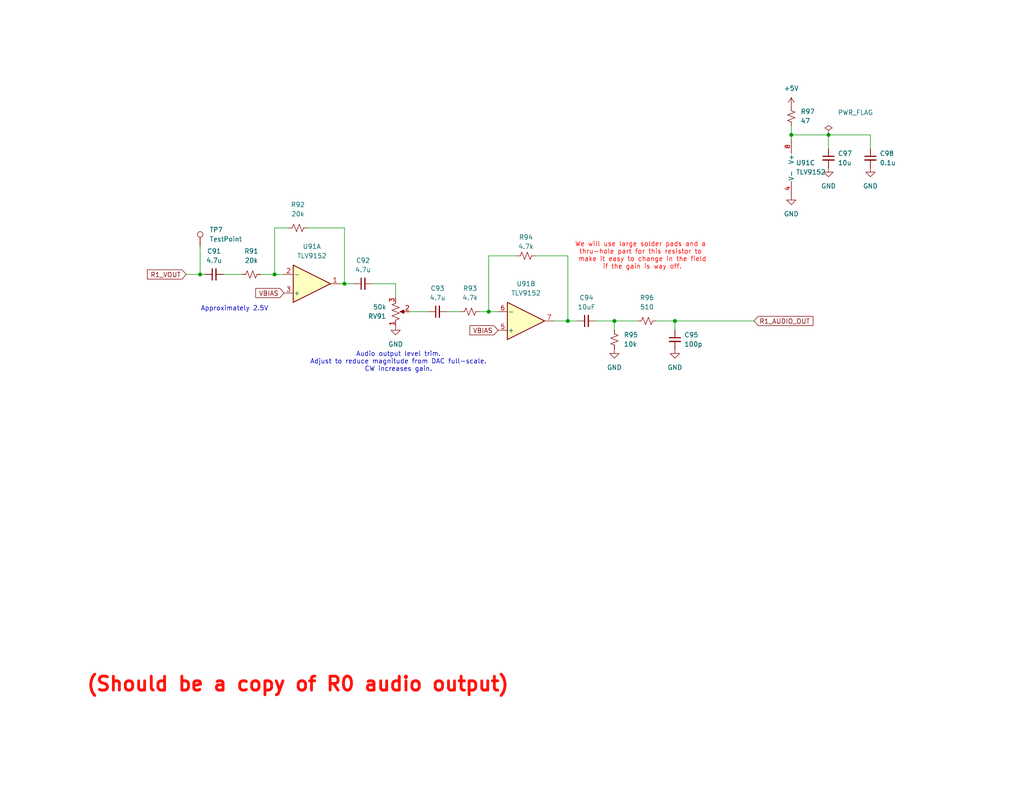
<source format=kicad_sch>
(kicad_sch (version 20250114) (generator "eeschema") (generator_version "9.0")
  (paper "USLetter")
  (title_block (title "Audio Output (Radio 1)") (date "2025-06-25") (rev "3") (company "Bruce MacKinnon KC1FSZ") (comment 1 "Copyright (C) Bruce MacKinnon, 2025") (comment 2 "NOT FOR COMMERCIAL USE"))
  (lib_symbols
    (symbol "Amplifier_Operational:TL072" (pin_names (offset 0.127))
      (property "Reference" "U" (at 0 5.08 0))
      (property "Value" "TL072" (at 0 -5.08 0))
      (symbol "TL072_1_1"
        (polyline (pts (xy -5.08 5.08) (xy 5.08 0) (xy -5.08 -5.08) (xy -5.08 5.08)) (stroke (width 0.254)) (fill (type background)))
        (pin input line (at -7.62 2.54 0) (length 2.54) (name "+") (number "3"))
        (pin input line (at -7.62 -2.54 0) (length 2.54) (name "-") (number "2"))
        (pin output line (at 7.62 0 180) (length 2.54) (name "~") (number "1"))
      )
      (symbol "TL072_2_1"
        (polyline (pts (xy -5.08 5.08) (xy 5.08 0) (xy -5.08 -5.08) (xy -5.08 5.08)) (stroke (width 0.254)) (fill (type background)))
        (pin input line (at -7.62 2.54 0) (length 2.54) (name "+") (number "5"))
        (pin input line (at -7.62 -2.54 0) (length 2.54) (name "-") (number "6"))
        (pin output line (at 7.62 0 180) (length 2.54) (name "~") (number "7"))
      )
      (symbol "TL072_3_1"
        (pin power_in line (at -2.54 7.62 270) (length 3.81) (name "V+") (number "8"))
        (pin power_in line (at -2.54 -7.62 90) (length 3.81) (name "V-") (number "4"))
      )
    )
    (symbol "Connector:TestPoint" (pin_numbers (hide yes)) (pin_names (offset 0.762) (hide yes))
      (property "Reference" "TP" (at 0 6.858 0))
      (property "Value" "TestPoint" (at 0 5.08 0))
      (symbol "TestPoint_0_1"
        (circle (center 0 3.302) (radius 0.762))
      )
      (symbol "TestPoint_1_1"
        (pin passive line (at 0 0 90) (length 2.54) (name "1") (number "1"))
      )
    )
    (symbol "Device:C_Small" (pin_numbers (hide yes)) (pin_names (offset 0.254) (hide yes))
      (property "Reference" "C" (at 0.254 1.778 0))
      (property "Value" "C_Small" (at 0.254 -2.032 0))
      (symbol "C_Small_0_1"
        (polyline (pts (xy -1.524 0.508) (xy 1.524 0.508)) (stroke (width 0.3048)))
        (polyline (pts (xy -1.524 -0.508) (xy 1.524 -0.508)) (stroke (width 0.3302)))
      )
      (symbol "C_Small_1_1"
        (pin passive line (at 0 2.54 270) (length 2.032) (name "~") (number "1"))
        (pin passive line (at 0 -2.54 90) (length 2.032) (name "~") (number "2"))
      )
    )
    (symbol "Device:R_Potentiometer_US" (pin_names (offset 1.016) (hide yes))
      (property "Reference" "RV" (at -4.445 0 90))
      (property "Value" "R_Potentiometer_US" (at -2.54 0 90))
      (symbol "R_Potentiometer_US_0_1"
        (polyline (pts (xy 0 2.54) (xy 0 2.286)))
        (polyline (pts (xy 0 2.286) (xy 1.016 1.905) (xy 0 1.524) (xy -1.016 1.143) (xy 0 0.762)))
        (polyline (pts (xy 0 0.762) (xy 1.016 0.381) (xy 0 0) (xy -1.016 -0.381) (xy 0 -0.762)))
        (polyline (pts (xy 0 -0.762) (xy 1.016 -1.143) (xy 0 -1.524) (xy -1.016 -1.905) (xy 0 -2.286)))
        (polyline (pts (xy 0 -2.286) (xy 0 -2.54)))
        (polyline (pts (xy 1.143 0) (xy 2.286 0.508) (xy 2.286 -0.508) (xy 1.143 0)) (fill (type outline)))
        (polyline (pts (xy 2.54 0) (xy 1.524 0)))
      )
      (symbol "R_Potentiometer_US_1_1"
        (pin passive line (at 0 3.81 270) (length 1.27) (name "1") (number "1"))
        (pin passive line (at 0 -3.81 90) (length 1.27) (name "3") (number "3"))
        (pin passive line (at 3.81 0 180) (length 1.27) (name "2") (number "2"))
      )
    )
    (symbol "Device:R_Small_US" (pin_numbers (hide yes)) (pin_names (offset 0.254) (hide yes))
      (property "Reference" "R" (at 0.762 0.508 0))
      (property "Value" "R_Small_US" (at 0.762 -1.016 0))
      (symbol "R_Small_US_1_1"
        (polyline (pts (xy 0 1.524) (xy 1.016 1.143) (xy 0 0.762) (xy -1.016 0.381) (xy 0 0)))
        (polyline (pts (xy 0 0) (xy 1.016 -0.381) (xy 0 -0.762) (xy -1.016 -1.143) (xy 0 -1.524)))
        (pin passive line (at 0 2.54 270) (length 1.016) (name "~") (number "1"))
        (pin passive line (at 0 -2.54 90) (length 1.016) (name "~") (number "2"))
      )
    )
    (symbol "power:+5V" (power) (pin_numbers (hide yes)) (pin_names (offset 0) (hide yes))
      (property "Value" "+5V" (at 0 3.556 0))
      (symbol "+5V_0_1"
        (polyline (pts (xy -0.762 1.27) (xy 0 2.54)))
        (polyline (pts (xy 0 2.54) (xy 0.762 1.27)))
        (polyline (pts (xy 0 0) (xy 0 2.54)))
      )
      (symbol "+5V_1_1"
        (pin power_in line (at 0 0 90) (length 0) (name "~") (number "1"))
      )
    )
    (symbol "power:GND" (power) (pin_numbers (hide yes)) (pin_names (offset 0) (hide yes))
      (property "Value" "GND" (at 0 -3.81 0))
      (symbol "GND_0_1"
        (polyline (pts (xy 0 0) (xy 0 -1.27) (xy 1.27 -1.27) (xy 0 -2.54) (xy -1.27 -1.27) (xy 0 -1.27)))
      )
      (symbol "GND_1_1"
        (pin power_in line (at 0 0 270) (length 0) (name "~") (number "1"))
      )
    )
    (symbol "power:PWR_FLAG" (power) (pin_numbers (hide yes)) (pin_names (offset 0) (hide yes))
      (property "Value" "PWR_FLAG" (at 0 3.81 0))
      (symbol "PWR_FLAG_0_0"
        (pin power_out line (at 0 0 90) (length 0) (name "~") (number "1"))
      )
      (symbol "PWR_FLAG_0_1"
        (polyline (pts (xy 0 0) (xy 0 1.27) (xy -1.016 1.905) (xy 0 2.54) (xy 1.016 1.905) (xy 0 1.27)))
      )
    )
  )
  (text "We will use large solder pads and a \nthru-hole part for this resistor to \nmake it easy to change in the field\nif the gain is way off." (at 175.26 69.85 0) (effects (font (size 1.27 1.27))))
  (text "(Should be a copy of R0 audio output)" (at 81.28 186.944 0) (effects (font (size 3.81 3.81) (thickness 0.762) (bold yes))))
  (text "Approximately 2.5V\n" (at 64.008 84.328 0) (effects (font (size 1.27 1.27))))
  (text "Audio output level trim.\nAdjust to reduce magnitude from DAC full-scale.\nCW increases gain.\n" (at 108.712 98.806 0) (effects (font (size 1.27 1.27))))
  (junction (at 133.35 85.09))
  (junction (at 74.93 74.93))
  (junction (at 54.61 74.93))
  (junction (at 154.94 87.63))
  (junction (at 167.64 87.63))
  (junction (at 93.98 77.47))
  (junction (at 226.06 36.83))
  (junction (at 184.15 87.63))
  (junction (at 215.9 36.83))
  (wire (pts (xy 215.9 34.29) (xy 215.9 36.83)))
  (wire (pts (xy 146.05 69.85) (xy 154.94 69.85)))
  (wire (pts (xy 167.64 87.63) (xy 173.99 87.63)))
  (wire (pts (xy 83.82 62.23) (xy 93.98 62.23)))
  (wire (pts (xy 54.61 74.93) (xy 55.88 74.93)))
  (wire (pts (xy 237.49 40.64) (xy 237.49 36.83)))
  (wire (pts (xy 107.95 77.47) (xy 107.95 81.28)))
  (wire (pts (xy 121.92 85.09) (xy 125.73 85.09)))
  (wire (pts (xy 226.06 36.83) (xy 215.9 36.83)))
  (wire (pts (xy 92.71 77.47) (xy 93.98 77.47)))
  (wire (pts (xy 54.61 67.31) (xy 54.61 74.93)))
  (wire (pts (xy 71.12 74.93) (xy 74.93 74.93)))
  (wire (pts (xy 184.15 87.63) (xy 184.15 90.17)))
  (wire (pts (xy 140.97 69.85) (xy 133.35 69.85)))
  (wire (pts (xy 93.98 77.47) (xy 96.52 77.47)))
  (wire (pts (xy 237.49 36.83) (xy 226.06 36.83)))
  (wire (pts (xy 154.94 87.63) (xy 157.48 87.63)))
  (wire (pts (xy 151.13 87.63) (xy 154.94 87.63)))
  (wire (pts (xy 179.07 87.63) (xy 184.15 87.63)))
  (wire (pts (xy 74.93 62.23) (xy 78.74 62.23)))
  (wire (pts (xy 74.93 62.23) (xy 74.93 74.93)))
  (wire (pts (xy 226.06 40.64) (xy 226.06 36.83)))
  (wire (pts (xy 133.35 69.85) (xy 133.35 85.09)))
  (wire (pts (xy 133.35 85.09) (xy 135.89 85.09)))
  (wire (pts (xy 101.6 77.47) (xy 107.95 77.47)))
  (wire (pts (xy 130.81 85.09) (xy 133.35 85.09)))
  (wire (pts (xy 50.8 74.93) (xy 54.61 74.93)))
  (wire (pts (xy 60.96 74.93) (xy 66.04 74.93)))
  (wire (pts (xy 93.98 62.23) (xy 93.98 77.47)))
  (wire (pts (xy 74.93 74.93) (xy 77.47 74.93)))
  (wire (pts (xy 184.15 87.63) (xy 205.74 87.63)))
  (wire (pts (xy 167.64 87.63) (xy 167.64 90.17)))
  (wire (pts (xy 111.76 85.09) (xy 116.84 85.09)))
  (wire (pts (xy 215.9 36.83) (xy 215.9 38.1)))
  (wire (pts (xy 154.94 69.85) (xy 154.94 87.63)))
  (wire (pts (xy 162.56 87.63) (xy 167.64 87.63)))
  (global_label "R1_AUDIO_OUT" (shape input) (at 205.74 87.63 0) (property "Intersheetrefs" "${INTERSHEET_REFS}" (effects (hide yes))))
  (global_label "VBIAS" (shape input) (at 77.47 80.01 180) (property "Intersheetrefs" "${INTERSHEET_REFS}" (effects (hide yes))))
  (global_label "R1_VOUT" (shape input) (at 50.8 74.93 180) (property "Intersheetrefs" "${INTERSHEET_REFS}" (effects (hide yes))))
  (global_label "VBIAS" (shape input) (at 135.89 90.17 180) (property "Intersheetrefs" "${INTERSHEET_REFS}" (effects (hide yes))))
  (symbol (lib_id "power:GND") (at 226.06 45.72 0) (unit 1)
    (property "Reference" "#PWR0148" (effects (hide yes)))
    (property "Value" "GND" (at 226.06 50.8 0))
    (property "Description" "Power symbol creates a global label with name \"GND\" , ground" (effects (hide yes)))
  )
  (symbol (lib_id "Device:R_Small_US") (at 215.9 31.75 180) (unit 1)
    (property "Reference" "R97" (at 218.44 30.4799 0) (effects (justify right)))
    (property "Value" "47" (at 218.44 33.0199 0) (effects (justify right)))
    (property "Footprint" "Resistor_SMD:R_0805_2012Metric_Pad1.20x1.40mm_HandSolder" (effects (hide yes)))
    (property "Description" "Resistor, small US symbol" (effects (hide yes)))
  )
  (symbol (lib_id "power:GND") (at 215.9 53.34 0) (unit 1)
    (property "Reference" "#PWR0147" (effects (hide yes)))
    (property "Value" "GND" (at 215.9 58.42 0))
    (property "Description" "Power symbol creates a global label with name \"GND\" , ground" (effects (hide yes)))
  )
  (symbol (lib_id "Device:C_Small") (at 119.38 85.09 90) (unit 1)
    (property "Reference" "C93" (at 119.3863 78.74 90))
    (property "Value" "4.7u" (at 119.3863 81.28 90))
    (property "Footprint" "Capacitor_SMD:C_0805_2012Metric_Pad1.18x1.45mm_HandSolder" (effects (hide yes)))
    (property "Description" "Unpolarized capacitor, small symbol" (effects (hide yes)))
  )
  (symbol (lib_id "Device:C_Small") (at 237.49 43.18 0) (unit 1)
    (property "Reference" "C98" (at 240.03 41.9162 0) (effects (justify left)))
    (property "Value" "0.1u" (at 240.03 44.4562 0) (effects (justify left)))
    (property "Footprint" "Capacitor_SMD:C_0805_2012Metric_Pad1.18x1.45mm_HandSolder" (effects (hide yes)))
    (property "Description" "Unpolarized capacitor, small symbol" (effects (hide yes)))
  )
  (symbol (lib_id "Device:C_Small") (at 226.06 43.18 0) (unit 1)
    (property "Reference" "C97" (at 228.6 41.9162 0) (effects (justify left)))
    (property "Value" "10u" (at 228.6 44.4562 0) (effects (justify left)))
    (property "Footprint" "Capacitor_SMD:C_0805_2012Metric_Pad1.18x1.45mm_HandSolder" (effects (hide yes)))
    (property "Description" "Unpolarized capacitor, small symbol" (effects (hide yes)))
  )
  (symbol (lib_id "power:PWR_FLAG") (at 226.06 36.83 0) (unit 1)
    (property "Reference" "#FLG091" (effects (hide yes)))
    (property "Value" "PWR_FLAG" (at 233.426 30.734 0))
    (property "Description" "Special symbol for telling ERC where power comes from" (effects (hide yes)))
  )
  (symbol (lib_id "power:+5V") (at 215.9 29.21 0) (unit 1)
    (property "Reference" "#PWR0146" (effects (hide yes)))
    (property "Value" "+5V" (at 215.9 24.13 0))
    (property "Description" "Power symbol creates a global label with name \"+5V\"" (effects (hide yes)))
  )
  (symbol (lib_id "Amplifier_Operational:TL072") (at 218.44 45.72 0) (unit 3)
    (property "Reference" "U91" (at 217.17 44.4499 0) (effects (justify left)))
    (property "Value" "TLV9152" (at 217.17 46.9899 0) (effects (justify left)))
    (property "Footprint" "Package_SO:SOIC-8_3.9x4.9mm_P1.27mm" (effects (hide yes)))
    (property "Datasheet" "http://www.ti.com/lit/ds/symlink/tl071.pdf" (effects (hide yes)))
    (property "Description" "Dual Low-Noise JFET-Input Operational Amplifiers, DIP-8/SOIC-8" (effects (hide yes)))
  )
  (symbol (lib_id "Device:R_Small_US") (at 81.28 62.23 90) (unit 1)
    (property "Reference" "R92" (at 81.28 55.88 90))
    (property "Value" "20k" (at 81.28 58.42 90))
    (property "Footprint" "Resistor_SMD:R_0805_2012Metric_Pad1.20x1.40mm_HandSolder" (effects (hide yes)))
    (property "Description" "Resistor, small US symbol" (effects (hide yes)))
  )
  (symbol (lib_id "Amplifier_Operational:TL072") (at 85.09 77.47 0) (mirror x) (unit 1)
    (property "Reference" "U91" (at 85.09 67.31 0))
    (property "Value" "TLV9152" (at 85.09 69.85 0))
    (property "Footprint" "Package_SO:SOIC-8_3.9x4.9mm_P1.27mm" (effects (hide yes)))
    (property "Datasheet" "http://www.ti.com/lit/ds/symlink/tl071.pdf" (effects (hide yes)))
    (property "Description" "Dual Low-Noise JFET-Input Operational Amplifiers, DIP-8/SOIC-8" (effects (hide yes)))
  )
  (symbol (lib_id "power:GND") (at 184.15 95.25 0) (unit 1)
    (property "Reference" "#PWR0145" (effects (hide yes)))
    (property "Value" "GND" (at 184.15 100.33 0))
    (property "Description" "Power symbol creates a global label with name \"GND\" , ground" (effects (hide yes)))
  )
  (symbol (lib_id "Device:C_Small") (at 184.15 92.71 0) (unit 1)
    (property "Reference" "C95" (at 186.69 91.4462 0) (effects (justify left)))
    (property "Value" "100p" (at 186.69 93.9862 0) (effects (justify left)))
    (property "Footprint" "Capacitor_SMD:C_0805_2012Metric_Pad1.18x1.45mm_HandSolder" (effects (hide yes)))
    (property "Description" "Unpolarized capacitor, small symbol" (effects (hide yes)))
  )
  (symbol (lib_id "Device:R_Small_US") (at 68.58 74.93 90) (unit 1)
    (property "Reference" "R91" (at 68.58 68.58 90))
    (property "Value" "20k" (at 68.58 71.12 90))
    (property "Footprint" "Resistor_SMD:R_0805_2012Metric_Pad1.20x1.40mm_HandSolder" (effects (hide yes)))
    (property "Description" "Resistor, small US symbol" (effects (hide yes)))
  )
  (symbol (lib_id "Device:R_Small_US") (at 128.27 85.09 90) (unit 1)
    (property "Reference" "R93" (at 128.27 78.74 90))
    (property "Value" "4.7k" (at 128.27 81.28 90))
    (property "Footprint" "Resistor_SMD:R_0805_2012Metric_Pad1.20x1.40mm_HandSolder" (effects (hide yes)))
    (property "Description" "Resistor, small US symbol" (effects (hide yes)))
  )
  (symbol (lib_id "Device:C_Small") (at 99.06 77.47 90) (unit 1)
    (property "Reference" "C92" (at 99.0663 71.12 90))
    (property "Value" "4.7u" (at 99.0663 73.66 90))
    (property "Footprint" "Capacitor_SMD:C_0805_2012Metric_Pad1.18x1.45mm_HandSolder" (effects (hide yes)))
    (property "Description" "Unpolarized capacitor, small symbol" (effects (hide yes)))
  )
  (symbol (lib_id "power:GND") (at 167.64 95.25 0) (unit 1)
    (property "Reference" "#PWR0144" (effects (hide yes)))
    (property "Value" "GND" (at 167.64 100.33 0))
    (property "Description" "Power symbol creates a global label with name \"GND\" , ground" (effects (hide yes)))
  )
  (symbol (lib_id "Device:R_Potentiometer_US") (at 107.95 85.09 0) (mirror x) (unit 1)
    (property "Reference" "RV91" (at 105.41 86.3601 0) (effects (justify right)))
    (property "Value" "50k" (at 105.41 83.8201 0) (effects (justify right)))
    (property "Footprint" "bruce-footprints:POT_3362P" (effects (hide yes)))
    (property "Description" "Potentiometer, US symbol" (effects (hide yes)))
  )
  (symbol (lib_id "power:GND") (at 107.95 88.9 0) (unit 1)
    (property "Reference" "#PWR0143" (effects (hide yes)))
    (property "Value" "GND" (at 107.95 93.98 0))
    (property "Description" "Power symbol creates a global label with name \"GND\" , ground" (effects (hide yes)))
  )
  (symbol (lib_id "Amplifier_Operational:TL072") (at 143.51 87.63 0) (mirror x) (unit 2)
    (property "Reference" "U91" (at 143.51 77.47 0))
    (property "Value" "TLV9152" (at 143.51 80.01 0))
    (property "Footprint" "Package_SO:SOIC-8_3.9x4.9mm_P1.27mm" (effects (hide yes)))
    (property "Datasheet" "http://www.ti.com/lit/ds/symlink/tl071.pdf" (effects (hide yes)))
    (property "Description" "Dual Low-Noise JFET-Input Operational Amplifiers, DIP-8/SOIC-8" (effects (hide yes)))
  )
  (symbol (lib_id "Connector:TestPoint") (at 54.61 67.31 0) (unit 1)
    (property "Reference" "TP7" (at 57.15 62.7379 0) (effects (justify left)))
    (property "Value" "TestPoint" (at 57.15 65.2779 0) (effects (justify left)))
    (property "Footprint" "TestPoint:TestPoint_Pad_2.5x2.5mm" (effects (hide yes)))
    (property "Description" "test point" (effects (hide yes)))
  )
  (symbol (lib_id "power:GND") (at 237.49 45.72 0) (unit 1)
    (property "Reference" "#PWR0149" (effects (hide yes)))
    (property "Value" "GND" (at 237.49 50.8 0))
    (property "Description" "Power symbol creates a global label with name \"GND\" , ground" (effects (hide yes)))
  )
  (symbol (lib_id "Device:R_Small_US") (at 176.53 87.63 90) (unit 1)
    (property "Reference" "R96" (at 176.53 81.28 90))
    (property "Value" "510" (at 176.53 83.82 90))
    (property "Footprint" "Resistor_SMD:R_0805_2012Metric_Pad1.20x1.40mm_HandSolder" (effects (hide yes)))
    (property "Description" "Resistor, small US symbol" (effects (hide yes)))
  )
  (symbol (lib_id "Device:R_Small_US") (at 167.64 92.71 0) (unit 1)
    (property "Reference" "R95" (at 170.18 91.4399 0) (effects (justify left)))
    (property "Value" "10k" (at 170.18 93.9799 0) (effects (justify left)))
    (property "Footprint" "Resistor_SMD:R_0805_2012Metric_Pad1.20x1.40mm_HandSolder" (effects (hide yes)))
    (property "Description" "Resistor, small US symbol" (effects (hide yes)))
  )
  (symbol (lib_id "Device:R_Small_US") (at 143.51 69.85 90) (unit 1)
    (property "Reference" "R94" (at 143.51 64.77 90))
    (property "Value" "4.7k" (at 143.51 67.31 90))
    (property "Footprint" "Resistor_THT:R_Axial_DIN0516_L15.5mm_D5.0mm_P5.08mm_Vertical" (effects (hide yes)))
    (property "Description" "Resistor, small US symbol" (effects (hide yes)))
  )
  (symbol (lib_id "Device:C_Small") (at 160.02 87.63 90) (unit 1)
    (property "Reference" "C94" (at 160.0263 81.28 90))
    (property "Value" "10uF" (at 160.0263 83.82 90))
    (property "Footprint" "Capacitor_SMD:C_0805_2012Metric_Pad1.18x1.45mm_HandSolder" (effects (hide yes)))
    (property "Description" "Unpolarized capacitor, small symbol" (effects (hide yes)))
  )
  (symbol (lib_id "Device:C_Small") (at 58.42 74.93 90) (unit 1)
    (property "Reference" "C91" (at 58.4263 68.58 90))
    (property "Value" "4.7u" (at 58.4263 71.12 90))
    (property "Footprint" "Capacitor_SMD:C_0805_2012Metric_Pad1.18x1.45mm_HandSolder" (effects (hide yes)))
    (property "Description" "Unpolarized capacitor, small symbol" (effects (hide yes)))
  )
)
</source>
